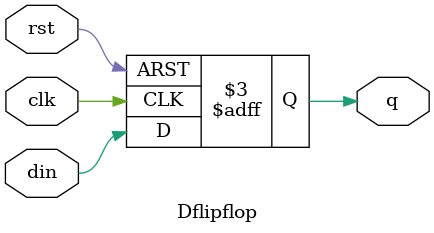
<source format=v>
`timescale 1ns / 1ps


module Dflipflop(din, clk, rst, q);
    input din, clk, rst;
    output reg q;
    
    always @(posedge clk or posedge rst)
    begin
        if(rst==1)
            q<=0;
        else
            q<=din;
    end
    
endmodule

</source>
